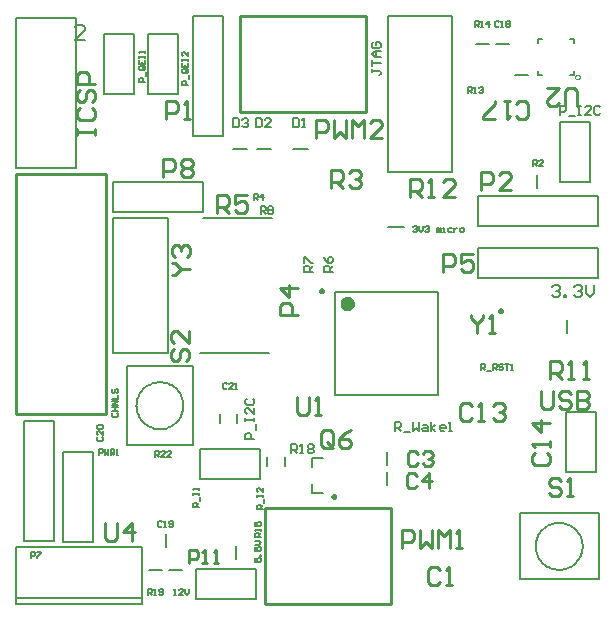
<source format=gto>
%FSTAX23Y23*%
%MOMM*%
%SFA1B1*%

%IPPOS*%
%ADD26C,0.200000*%
%ADD27C,0.253999*%
%ADD52C,0.599999*%
%ADD53C,0.000000*%
%ADD54C,0.250000*%
%ADD55C,0.127000*%
%ADD56C,0.152000*%
%ADD57C,0.203000*%
%LNpcb_final_2-1*%
%LPD*%
G54D26*
X46659Y16331D02*
X49199D01*
Y11251D02*
Y16331D01*
X46659Y11251D02*
X49199D01*
X46659D02*
Y16331D01*
X23599Y38599D02*
X24799D01*
X20499D02*
X21699D01*
X18499D02*
X19699D01*
X17349Y15399D02*
Y16199D01*
X18849Y15399D02*
Y16199D01*
X15927Y32794D02*
X21769D01*
X15673Y21364D02*
X21515D01*
X37014Y36727D02*
Y49885D01*
X31614Y36727D02*
X37014D01*
X31614D02*
Y49885D01*
X37014*
X44199Y35349D02*
Y36449D01*
X08324Y32799D02*
X13024D01*
Y21399D02*
Y32799D01*
X08324Y21399D02*
X13024D01*
X08324D02*
Y32799D01*
X00829Y05429D02*
X03369D01*
X00829D02*
Y15589D01*
X03369Y05429D02*
Y15589D01*
X00829D02*
X03369D01*
X18699Y03949D02*
Y05049D01*
X22849Y11799D02*
Y12599D01*
X21349Y11799D02*
Y12599D01*
X25199Y09499D02*
X26099D01*
X25199D02*
Y10299D01*
Y12499D02*
X26099D01*
X25199Y11699D02*
Y12499D01*
X13049Y02999D02*
X14149D01*
X11349D02*
X12449D01*
X06642Y05402D02*
Y13022D01*
X04102D02*
X06642D01*
X04102Y05402D02*
Y13022D01*
Y05402D02*
X06642D01*
X0011Y00611D02*
X1081D01*
X0011Y00111D02*
X1081D01*
X0011Y04911D02*
X1081D01*
Y00111D02*
Y04911D01*
X0011Y00111D02*
Y04911D01*
X12799Y04949D02*
Y06049D01*
X08329Y33329D02*
X15949D01*
Y35869*
X08329D02*
X15949D01*
X08329Y33329D02*
Y35869D01*
X15389Y00529D02*
Y03069D01*
X20469*
Y00529D02*
Y03069D01*
X15389Y00529D02*
X20469D01*
X42349Y44924D02*
X43449D01*
X39049Y47499D02*
X40149D01*
X40749D02*
X41849D01*
X46179Y40934D02*
X48719D01*
Y35854D02*
Y40934D01*
X46179Y35854D02*
X48719D01*
X46179D02*
Y40934D01*
X20809Y10729D02*
Y13269D01*
X15729Y10729D02*
X20809D01*
X15729D02*
Y13269D01*
X20809*
X27149Y17849D02*
Y26549D01*
X35849Y17849D02*
Y26549D01*
X27149D02*
X35849D01*
X27149Y17849D02*
X35849D01*
X15129Y39729D02*
X17669D01*
X15129D02*
Y49889D01*
X17669Y39729D02*
Y49889D01*
X15129D02*
X17669D01*
X39229Y32129D02*
Y34669D01*
X49389*
X39229Y32129D02*
X49389D01*
Y34669*
X31499Y10149D02*
Y11249D01*
Y11849D02*
Y12949D01*
X49369Y27729D02*
Y30269D01*
X39209Y27729D02*
X49369D01*
X39209Y30269D02*
X49369D01*
X39209Y27729D02*
Y30269D01*
X11329Y48409D02*
X13869D01*
Y43329D02*
Y48409D01*
X11329Y43329D02*
X13869D01*
X11329D02*
Y48409D01*
X07529Y43289D02*
X10069D01*
X07529D02*
Y48369D01*
X10069*
Y43289D02*
Y48369D01*
X31649Y31999D02*
X32949D01*
X46799Y23049D02*
Y24149D01*
X00101Y37058D02*
X05181D01*
X00101Y49758D02*
X05181D01*
Y37058D02*
Y49758D01*
X00101Y37058D02*
Y49758D01*
G54D27*
X00151Y36524D02*
X07771D01*
X00151Y16204D02*
Y36524D01*
Y16204D02*
X07771D01*
Y36524*
X29767Y41744D02*
Y49872D01*
X19099D02*
X29767D01*
X19099Y41744D02*
Y49872D01*
Y41744D02*
X29767D01*
X31851Y00151D02*
Y08279D01*
X21183Y00151D02*
X31851D01*
X21183D02*
Y08279D01*
X31851*
X47583Y4225D02*
Y43519D01*
X47329Y43773*
X46821*
X46567Y43519*
Y4225*
X45043Y43773D02*
X46059D01*
X45043Y42758*
Y42504*
X45297Y4225*
X45805*
X46059Y42504*
X44551Y18134D02*
Y16865D01*
X44805Y16611*
X45312*
X45566Y16865*
Y18134*
X4709Y1788D02*
X46836Y18134D01*
X46328*
X46074Y1788*
Y17626*
X46328Y17372*
X46836*
X4709Y17118*
Y16865*
X46836Y16611*
X46328*
X46074Y16865*
X47598Y18134D02*
Y16611D01*
X48359*
X48613Y16865*
Y17118*
X48359Y17372*
X47598*
X48359*
X48613Y17626*
Y1788*
X48359Y18134*
X47598*
X17099Y33199D02*
Y34723D01*
X17861*
X18115Y34469*
Y33961*
X17861Y33707*
X17099*
X17607D02*
X18115Y33199D01*
X19638Y34723D02*
X18623D01*
Y33961*
X1913Y34215*
X19384*
X19638Y33961*
Y33453*
X19384Y33199*
X18876*
X18623Y33453*
X26799Y35299D02*
Y36823D01*
X27561*
X27815Y36569*
Y36061*
X27561Y35807*
X26799*
X27307D02*
X27815Y35299D01*
X28323Y36569D02*
X28576Y36823D01*
X29084*
X29338Y36569*
Y36315*
X29084Y36061*
X2883*
X29084*
X29338Y35807*
Y35553*
X29084Y35299*
X28576*
X28323Y35553*
X13282Y2799D02*
X13536D01*
X14044Y28498*
X13536Y29005*
X13282*
X14044Y28498D02*
X14806D01*
X13536Y29513D02*
X13282Y29767D01*
Y30275*
X13536Y30529*
X1379*
X14044Y30275*
Y30021*
Y30275*
X14298Y30529*
X14552*
X14806Y30275*
Y29767*
X14552Y29513*
X38599Y24623D02*
Y24369D01*
X39107Y23861*
X39615Y24369*
Y24623*
X39107Y23861D02*
Y23099D01*
X40123D02*
X4063D01*
X40376*
Y24623*
X40123Y24369*
X07687Y07012D02*
Y05742D01*
X07941Y05488*
X08449*
X08703Y05742*
Y07012*
X09972Y05488D02*
Y07012D01*
X09211Y0625*
X10226*
X23926Y17626D02*
Y16357D01*
X2418Y16103*
X24688*
X24941Y16357*
Y17626*
X25449Y16103D02*
X25957D01*
X25703*
Y17626*
X25449Y17372*
X13529Y21715D02*
X13275Y21461D01*
Y20953*
X13529Y20699*
X13783*
X14037Y20953*
Y21461*
X14291Y21715*
X14545*
X14799Y21461*
Y20953*
X14545Y20699*
X14799Y23238D02*
Y22223D01*
X13783Y23238*
X13529*
X13275Y22984*
Y22476*
X13529Y22223*
X46227Y10565D02*
X45973Y10819D01*
X45465*
X45211Y10565*
Y10311*
X45465Y10057*
X45973*
X46227Y09803*
Y09549*
X45973Y09295*
X45465*
X45211Y09549*
X46735Y09295D02*
X47242D01*
X46988*
Y10819*
X46735Y10565*
X33502Y34568D02*
Y36092D01*
X34263*
X34517Y35838*
Y3533*
X34263Y35076*
X33502*
X34009D02*
X34517Y34568D01*
X35025D02*
X35533D01*
X35279*
Y36092*
X35025Y35838*
X3731Y34568D02*
X36295D01*
X3731Y35584*
Y35838*
X37056Y36092*
X36549*
X36295Y35838*
X45287Y19151D02*
Y20674D01*
X46049*
X46303Y2042*
Y19912*
X46049Y19658*
X45287*
X45795D02*
X46303Y19151D01*
X46811D02*
X47319D01*
X47065*
Y20674*
X46811Y2042*
X4808Y19151D02*
X48588D01*
X48334*
Y20674*
X4808Y2042*
X26915Y13553D02*
Y14569D01*
X26661Y14823*
X26153*
X25899Y14569*
Y13553*
X26153Y13299*
X26661*
X26407Y13807D02*
X26915Y13299D01*
X26661D02*
X26915Y13553D01*
X28438Y14823D02*
X2793Y14569D01*
X27423Y14061*
Y13553*
X27676Y13299*
X28184*
X28438Y13553*
Y13807*
X28184Y14061*
X27423*
X14746Y03549D02*
Y04692D01*
X15317*
X15508Y04501*
Y0412*
X15317Y0393*
X14746*
X15889Y03549D02*
X16269D01*
X16079*
Y04692*
X15889Y04501*
X16841Y03549D02*
X17222D01*
X17031*
Y04692*
X16841Y04501*
X05247Y39788D02*
Y40295D01*
Y40042*
X06771*
Y39788*
Y40295*
X05501Y42073D02*
X05247Y41819D01*
Y41311*
X05501Y41057*
X06517*
X06771Y41311*
Y41819*
X06517Y42073*
X05501Y43596D02*
X05247Y43342D01*
Y42835*
X05501Y42581*
X05755*
X06009Y42835*
Y43342*
X06263Y43596*
X06517*
X06771Y43342*
Y42835*
X06517Y42581*
X06771Y44104D02*
X05247D01*
Y44866*
X05501Y4512*
X06009*
X06263Y44866*
Y44104*
X12599Y36299D02*
Y37823D01*
X13361*
X13615Y37569*
Y37061*
X13361Y36807*
X12599*
X14123Y37569D02*
X14376Y37823D01*
X14884*
X15138Y37569*
Y37315*
X14884Y37061*
X15138Y36807*
Y36553*
X14884Y36299*
X14376*
X14123Y36553*
Y36807*
X14376Y37061*
X14123Y37315*
Y37569*
X14376Y37061D02*
X14884D01*
X32797Y04842D02*
Y06365D01*
X33558*
X33812Y06111*
Y05603*
X33558Y05349*
X32797*
X3432Y06365D02*
Y04842D01*
X34828Y05349*
X35336Y04842*
Y06365*
X35844Y04842D02*
Y06365D01*
X36351Y05857*
X36859Y06365*
Y04842*
X37367D02*
X37875D01*
X37621*
Y06365*
X37367Y06111*
X36299Y28199D02*
Y29723D01*
X37061*
X37315Y29469*
Y28961*
X37061Y28707*
X36299*
X38838Y29723D02*
X37823D01*
Y28961*
X3833Y29215*
X38584*
X38838Y28961*
Y28453*
X38584Y28199*
X38076*
X37823Y28453*
X23977Y24612D02*
X22453D01*
Y25373*
X22707Y25627*
X23215*
X23469Y25373*
Y24612*
X23977Y26897D02*
X22453D01*
X23215Y26135*
Y27151*
X25475Y39547D02*
Y4107D01*
X26237*
X26491Y40816*
Y40309*
X26237Y40055*
X25475*
X26999Y4107D02*
Y39547D01*
X27507Y40055*
X28014Y39547*
Y4107*
X28522Y39547D02*
Y4107D01*
X2903Y40562*
X29538Y4107*
Y39547*
X31061D02*
X30046D01*
X31061Y40562*
Y40816*
X30807Y4107*
X303*
X30046Y40816*
X39499Y35199D02*
Y36723D01*
X40261*
X40515Y36469*
Y35961*
X40261Y35707*
X39499*
X42038Y35199D02*
X41023D01*
X42038Y36215*
Y36469*
X41784Y36723*
X41276*
X41023Y36469*
X12799Y41199D02*
Y42723D01*
X13561*
X13815Y42469*
Y41961*
X13561Y41707*
X12799*
X14323Y41199D02*
X1483D01*
X14576*
Y42723*
X14323Y42469*
X42429Y41432D02*
X42683Y41178D01*
X43191*
X43445Y41432*
Y42448*
X43191Y42701*
X42683*
X42429Y42448*
X41922Y42701D02*
X41414D01*
X41668*
Y41178*
X41922Y41432*
X40652Y41178D02*
X39636D01*
Y41432*
X40652Y42448*
Y42701*
X44094Y12927D02*
X4384Y12673D01*
Y12166*
X44094Y11912*
X45109*
X45363Y12166*
Y12673*
X45109Y12927*
X45363Y13435D02*
Y13943D01*
Y13689*
X4384*
X44094Y13435*
X45363Y15466D02*
X4384D01*
X44602Y14705*
Y1572*
X38715Y16869D02*
X38461Y17123D01*
X37953*
X37699Y16869*
Y15853*
X37953Y15599*
X38461*
X38715Y15853*
X39223Y15599D02*
X3973D01*
X39476*
Y17123*
X39223Y16869*
X40492D02*
X40746Y17123D01*
X41254*
X41508Y16869*
Y16615*
X41254Y16361*
X41*
X41254*
X41508Y16107*
Y15853*
X41254Y15599*
X40746*
X40492Y15853*
X34045Y10957D02*
X33834Y11169D01*
X33411*
X33199Y10957*
Y10111*
X33411Y09899*
X33834*
X34045Y10111*
X35103Y09899D02*
Y11169D01*
X34469Y10534*
X35315*
X34145Y12857D02*
X33934Y13069D01*
X33511*
X33299Y12857*
Y12011*
X33511Y11799*
X33934*
X34145Y12011*
X34569Y12857D02*
X3478Y13069D01*
X35203*
X35415Y12857*
Y12645*
X35203Y12434*
X34992*
X35203*
X35415Y12222*
Y12011*
X35203Y11799*
X3478*
X34569Y12011*
X36015Y02969D02*
X35761Y03223D01*
X35253*
X34999Y02969*
Y01953*
X35253Y01699*
X35761*
X36015Y01953*
X36523Y01699D02*
X3703D01*
X36776*
Y03223*
X36523Y02969*
G54D52*
X28449Y25549D02*
D01*
X28449Y2557*
X28447Y25591*
X28443Y25612*
X28438Y25632*
X28431Y25652*
X28424Y25672*
X28414Y2569*
X28404Y25708*
X28392Y25726*
X28379Y25742*
X28365Y25758*
X2835Y25772*
X28334Y25786*
X28317Y25798*
X28299Y25809*
X28281Y25819*
X28262Y25828*
X28242Y25835*
X28222Y25841*
X28202Y25845*
X28181Y25848*
X2816Y25849*
X28139*
X28118Y25848*
X28097Y25845*
X28077Y25841*
X28057Y25835*
X28037Y25828*
X28018Y25819*
X27999Y25809*
X27982Y25798*
X27965Y25786*
X27949Y25772*
X27934Y25758*
X2792Y25742*
X27907Y25726*
X27895Y25708*
X27885Y2569*
X27875Y25672*
X27868Y25652*
X27861Y25632*
X27856Y25612*
X27852Y25591*
X2785Y2557*
X27849Y25549*
X2785Y25529*
X27852Y25508*
X27856Y25487*
X27861Y25467*
X27868Y25447*
X27875Y25427*
X27885Y25409*
X27895Y25391*
X27907Y25373*
X2792Y25357*
X27934Y25341*
X27949Y25327*
X27965Y25313*
X27982Y25301*
X27999Y2529*
X28018Y2528*
X28037Y25271*
X28057Y25264*
X28077Y25258*
X28097Y25254*
X28118Y25251*
X28139Y2525*
X2816*
X28181Y25251*
X28202Y25254*
X28222Y25258*
X28242Y25264*
X28262Y25271*
X28281Y2528*
X28299Y2529*
X28317Y25301*
X28334Y25313*
X2835Y25327*
X28365Y25341*
X28379Y25357*
X28392Y25373*
X28404Y25391*
X28414Y25409*
X28424Y25427*
X28431Y25447*
X28438Y25467*
X28443Y25487*
X28447Y25508*
X28449Y25529*
X28449Y25549*
G54D53*
X47843Y44728D02*
D01*
X47843Y44742*
X47842Y44756*
X47839Y4477*
X47836Y44784*
X47831Y44797*
X47826Y4481*
X4782Y44822*
X47813Y44834*
X47805Y44846*
X47797Y44857*
X47787Y44867*
X47777Y44877*
X47767Y44886*
X47755Y44894*
X47743Y44902*
X47731Y44908*
X47718Y44914*
X47705Y44919*
X47692Y44923*
X47678Y44925*
X47664Y44927*
X4765Y44928*
X47637*
X47623Y44927*
X47609Y44925*
X47595Y44923*
X47582Y44919*
X47569Y44914*
X47556Y44908*
X47543Y44902*
X47532Y44894*
X4752Y44886*
X4751Y44877*
X475Y44867*
X4749Y44857*
X47482Y44846*
X47474Y44834*
X47467Y44822*
X47461Y4481*
X47456Y44797*
X47451Y44784*
X47448Y4477*
X47445Y44756*
X47444Y44742*
X47443Y44728*
X47444Y44715*
X47445Y44701*
X47448Y44687*
X47451Y44673*
X47456Y4466*
X47461Y44647*
X47467Y44635*
X47474Y44622*
X47482Y44611*
X4749Y446*
X475Y4459*
X4751Y4458*
X4752Y44571*
X47532Y44563*
X47543Y44555*
X47556Y44549*
X47569Y44543*
X47582Y44538*
X47595Y44534*
X47609Y44532*
X47623Y4453*
X47637Y44529*
X4765*
X47664Y4453*
X47678Y44532*
X47692Y44534*
X47705Y44538*
X47718Y44543*
X47731Y44549*
X47743Y44555*
X47755Y44563*
X47767Y44571*
X47777Y4458*
X47787Y4459*
X47797Y446*
X47805Y44611*
X47813Y44622*
X4782Y44635*
X47826Y44647*
X47831Y4466*
X47836Y44673*
X47839Y44687*
X47842Y44701*
X47843Y44715*
X47843Y44728*
G54D54*
X41257Y24949D02*
D01*
X41257Y24958*
X41256Y24967*
X41255Y24975*
X41253Y24984*
X4125Y24992*
X41247Y25*
X41243Y25008*
X41238Y25016*
X41234Y25023*
X41228Y2503*
X41222Y25036*
X41216Y25042*
X41209Y25048*
X41202Y25053*
X41195Y25058*
X41187Y25062*
X41179Y25065*
X41171Y25068*
X41163Y25071*
X41154Y25073*
X41146Y25074*
X41137Y25074*
X41128*
X41119Y25074*
X41111Y25073*
X41102Y25071*
X41094Y25068*
X41086Y25065*
X41078Y25062*
X4107Y25058*
X41063Y25053*
X41056Y25048*
X41049Y25042*
X41043Y25036*
X41037Y2503*
X41031Y25023*
X41026Y25016*
X41022Y25008*
X41018Y25*
X41015Y24992*
X41012Y24984*
X4101Y24975*
X41009Y24967*
X41008Y24958*
X41007Y24949*
X41008Y24941*
X41009Y24932*
X4101Y24924*
X41012Y24915*
X41015Y24907*
X41018Y24899*
X41022Y24891*
X41026Y24883*
X41031Y24876*
X41037Y24869*
X41043Y24863*
X41049Y24857*
X41056Y24851*
X41063Y24846*
X4107Y24841*
X41078Y24837*
X41086Y24834*
X41094Y24831*
X41102Y24828*
X41111Y24826*
X41119Y24825*
X41128Y24825*
X41137*
X41146Y24825*
X41154Y24826*
X41163Y24828*
X41171Y24831*
X41179Y24834*
X41187Y24837*
X41195Y24841*
X41202Y24846*
X41209Y24851*
X41216Y24857*
X41222Y24863*
X41228Y24869*
X41234Y24876*
X41238Y24883*
X41243Y24891*
X41247Y24899*
X4125Y24907*
X41253Y24915*
X41255Y24924*
X41256Y24932*
X41257Y24941*
X41257Y24949*
X27149Y09199D02*
D01*
X27149Y09208*
X27148Y09217*
X27147Y09225*
X27145Y09234*
X27142Y09242*
X27139Y0925*
X27135Y09258*
X2713Y09266*
X27126Y09273*
X2712Y0928*
X27114Y09286*
X27108Y09292*
X27101Y09298*
X27094Y09303*
X27087Y09308*
X27079Y09312*
X27071Y09315*
X27063Y09318*
X27055Y09321*
X27046Y09323*
X27038Y09324*
X27029Y09324*
X2702*
X27011Y09324*
X27003Y09323*
X26994Y09321*
X26986Y09318*
X26978Y09315*
X2697Y09312*
X26962Y09308*
X26955Y09303*
X26948Y09298*
X26941Y09292*
X26935Y09286*
X26929Y0928*
X26923Y09273*
X26918Y09266*
X26914Y09258*
X2691Y0925*
X26907Y09242*
X26904Y09234*
X26902Y09225*
X26901Y09217*
X269Y09208*
X26899Y09199*
X269Y09191*
X26901Y09182*
X26902Y09173*
X26904Y09165*
X26907Y09157*
X2691Y09149*
X26914Y09141*
X26918Y09133*
X26923Y09126*
X26929Y09119*
X26935Y09113*
X26941Y09107*
X26948Y09101*
X26955Y09096*
X26962Y09091*
X2697Y09087*
X26978Y09084*
X26986Y09081*
X26994Y09078*
X27003Y09076*
X27011Y09075*
X2702Y09075*
X27029*
X27038Y09075*
X27046Y09076*
X27055Y09078*
X27063Y09081*
X27071Y09084*
X27079Y09087*
X27087Y09091*
X27094Y09096*
X27101Y09101*
X27108Y09107*
X27114Y09113*
X2712Y09119*
X27126Y09126*
X2713Y09133*
X27135Y09141*
X27139Y09149*
X27142Y09157*
X27145Y09165*
X27147Y09173*
X27148Y09182*
X27149Y09191*
X27149Y09199*
X26099Y26624D02*
D01*
X26099Y26633*
X26098Y26642*
X26097Y2665*
X26095Y26659*
X26092Y26667*
X26089Y26675*
X26085Y26683*
X2608Y26691*
X26076Y26698*
X2607Y26705*
X26064Y26711*
X26058Y26717*
X26051Y26723*
X26044Y26728*
X26037Y26733*
X26029Y26737*
X26021Y2674*
X26013Y26743*
X26005Y26746*
X25996Y26748*
X25988Y26749*
X25979Y26749*
X2597*
X25961Y26749*
X25953Y26748*
X25944Y26746*
X25936Y26743*
X25928Y2674*
X2592Y26737*
X25912Y26733*
X25905Y26728*
X25898Y26723*
X25891Y26717*
X25885Y26711*
X25879Y26705*
X25873Y26698*
X25868Y26691*
X25864Y26683*
X2586Y26675*
X25857Y26667*
X25854Y26659*
X25852Y2665*
X25851Y26642*
X2585Y26633*
X25849Y26624*
X2585Y26616*
X25851Y26607*
X25852Y26599*
X25854Y2659*
X25857Y26582*
X2586Y26574*
X25864Y26566*
X25868Y26558*
X25873Y26551*
X25879Y26544*
X25885Y26538*
X25891Y26532*
X25898Y26526*
X25905Y26521*
X25912Y26516*
X2592Y26512*
X25928Y26509*
X25936Y26506*
X25944Y26503*
X25953Y26501*
X25961Y265*
X2597Y265*
X25979*
X25988Y265*
X25996Y26501*
X26005Y26503*
X26013Y26506*
X26021Y26509*
X26029Y26512*
X26037Y26516*
X26044Y26521*
X26051Y26526*
X26058Y26532*
X26064Y26538*
X2607Y26544*
X26076Y26551*
X2608Y26558*
X26085Y26566*
X26089Y26574*
X26092Y26582*
X26095Y2659*
X26097Y26599*
X26098Y26607*
X26099Y26616*
X26099Y26624*
G54D55*
X14283Y16899D02*
D01*
X14279Y17038*
X14264Y17176*
X1424Y17312*
X14207Y17446*
X14164Y17578*
X14112Y17706*
X14051Y17831*
X13982Y17951*
X13905Y18066*
X13819Y18175*
X13727Y18278*
X13627Y18374*
X13521Y18463*
X13409Y18544*
X13291Y18618*
X13169Y18683*
X13043Y18739*
X12913Y18786*
X12779Y18825*
X12644Y18853*
X12507Y18873*
X12369Y18882*
X1223*
X12092Y18873*
X11955Y18853*
X1182Y18825*
X11686Y18786*
X11556Y18739*
X1143Y18683*
X11307Y18618*
X1119Y18544*
X11078Y18463*
X10972Y18374*
X10872Y18278*
X1078Y18175*
X10694Y18066*
X10617Y17951*
X10548Y17831*
X10487Y17706*
X10435Y17578*
X10392Y17446*
X10359Y17312*
X10335Y17176*
X1032Y17038*
X10315Y16899*
X1032Y16761*
X10335Y16623*
X10359Y16487*
X10392Y16353*
X10435Y16221*
X10487Y16093*
X10548Y15968*
X10617Y15848*
X10694Y15733*
X1078Y15624*
X10872Y15521*
X10972Y15425*
X11078Y15336*
X1119Y15255*
X11307Y15181*
X1143Y15116*
X11556Y1506*
X11686Y15013*
X1182Y14974*
X11955Y14946*
X12092Y14926*
X1223Y14917*
X12369*
X12507Y14926*
X12644Y14946*
X12779Y14974*
X12913Y15013*
X13043Y1506*
X13169Y15116*
X13291Y15181*
X13409Y15255*
X13521Y15336*
X13627Y15425*
X13727Y15521*
X13819Y15624*
X13905Y15733*
X13982Y15848*
X14051Y15968*
X14112Y16093*
X14164Y16221*
X14207Y16353*
X1424Y16487*
X14264Y16623*
X14279Y16761*
X14283Y16899*
X48083Y04999D02*
D01*
X48079Y05138*
X48064Y05276*
X4804Y05412*
X48007Y05546*
X47964Y05678*
X47912Y05806*
X47851Y05931*
X47782Y06051*
X47705Y06166*
X47619Y06275*
X47527Y06378*
X47427Y06474*
X47321Y06563*
X47209Y06644*
X47091Y06718*
X46969Y06783*
X46843Y06839*
X46713Y06886*
X46579Y06925*
X46444Y06953*
X46307Y06973*
X46169Y06982*
X4603*
X45892Y06973*
X45755Y06953*
X4562Y06925*
X45486Y06886*
X45356Y06839*
X4523Y06783*
X45107Y06718*
X4499Y06644*
X44878Y06563*
X44772Y06474*
X44672Y06378*
X4458Y06275*
X44494Y06166*
X44417Y06051*
X44348Y05931*
X44287Y05806*
X44235Y05678*
X44192Y05546*
X44159Y05412*
X44135Y05276*
X4412Y05138*
X44115Y04999*
X4412Y04861*
X44135Y04723*
X44159Y04587*
X44192Y04453*
X44235Y04321*
X44287Y04193*
X44348Y04068*
X44417Y03948*
X44494Y03833*
X4458Y03724*
X44672Y03621*
X44772Y03525*
X44878Y03436*
X4499Y03355*
X45107Y03281*
X4523Y03216*
X45356Y0316*
X45486Y03113*
X4562Y03074*
X45755Y03046*
X45892Y03026*
X4603Y03017*
X46169*
X46307Y03026*
X46444Y03046*
X46579Y03074*
X46713Y03113*
X46843Y0316*
X46969Y03216*
X47091Y03281*
X47209Y03355*
X47321Y03436*
X47427Y03525*
X47527Y03621*
X47619Y03724*
X47705Y03833*
X47782Y03948*
X47851Y04068*
X47912Y04193*
X47964Y04321*
X48007Y04453*
X4804Y04587*
X48064Y04723*
X48079Y04861*
X48083Y04999*
X44343Y44928D02*
Y45228D01*
Y47628D02*
Y47928D01*
X47343Y47628D02*
Y47928D01*
X47043D02*
X47343D01*
X44343D02*
X44643D01*
X44343Y44928D02*
X44643D01*
X47043D02*
X47343D01*
Y45228*
X09505Y20249D02*
X15093D01*
X09505Y13549D02*
X15093D01*
Y20249*
X09505Y13549D02*
Y20249D01*
X42749Y02205D02*
Y07793D01*
X49449Y02205D02*
Y07793D01*
X42749D02*
X49449D01*
X42749Y02205D02*
X49449D01*
G54D56*
X20299Y34299D02*
Y34807D01*
X20553*
X20638Y34722*
Y34553*
X20553Y34468*
X20299*
X20468D02*
X20638Y34299D01*
X21061D02*
Y34807D01*
X20807Y34553*
X21145*
X32199Y14799D02*
Y15561D01*
X3258*
X32707Y15434*
Y1518*
X3258Y15053*
X32199*
X32453D02*
X32707Y14799D01*
X32961Y14672D02*
X33469D01*
X33723Y15561D02*
Y14799D01*
X33976Y15053*
X3423Y14799*
Y15561*
X34611Y15307D02*
X34865D01*
X34992Y1518*
Y14799*
X34611*
X34484Y14926*
X34611Y15053*
X34992*
X35246Y14799D02*
Y15561D01*
Y15053D02*
X35627Y15307D01*
X35246Y15053D02*
X35627Y14799D01*
X36389D02*
X36135D01*
X36008Y14926*
Y1518*
X36135Y15307*
X36389*
X36516Y1518*
Y15053*
X36008*
X3677Y14799D02*
X37023D01*
X36896*
Y15561*
X3677Y15434*
X39499Y19899D02*
Y20407D01*
X39753*
X39838Y20322*
Y20153*
X39753Y20068*
X39499*
X39668D02*
X39838Y19899D01*
X40007Y19814D02*
X40345D01*
X40515Y19899D02*
Y20407D01*
X40769*
X40853Y20322*
Y20153*
X40769Y20068*
X40515*
X40684D02*
X40853Y19899D01*
X41361Y20322D02*
X41276Y20407D01*
X41107*
X41022Y20322*
Y20238*
X41107Y20153*
X41276*
X41361Y20068*
Y19984*
X41276Y19899*
X41107*
X41022Y19984*
X4153Y20407D02*
X41869D01*
X417*
Y19899*
X42038D02*
X42207D01*
X42123*
Y20407*
X42038Y20322*
X20999Y08199D02*
X20491D01*
Y08453*
X20576Y08538*
X20745*
X2083Y08453*
Y08199*
Y08368D02*
X20999Y08538D01*
X21084Y08707D02*
Y09045D01*
X20491Y09215D02*
Y09384D01*
Y09299*
X20999*
Y09215*
Y09384*
Y09976D02*
Y09638D01*
X2066Y09976*
X20576*
X20491Y09892*
Y09723*
X20576Y09638*
X15599Y08299D02*
X15091D01*
Y08553*
X15176Y08638*
X15345*
X1543Y08553*
Y08299*
Y08468D02*
X15599Y08638D01*
X15684Y08807D02*
Y09145D01*
X15091Y09315D02*
Y09484D01*
Y09399*
X15599*
Y09315*
Y09484*
Y09738D02*
Y09907D01*
Y09823*
X15091*
X15176Y09738*
X11899Y12599D02*
Y13107D01*
X12153*
X12238Y13022*
Y12853*
X12153Y12768*
X11899*
X12068D02*
X12238Y12599D01*
X12745D02*
X12407D01*
X12745Y12938*
Y13022*
X12661Y13107*
X12491*
X12407Y13022*
X13253Y12599D02*
X12915D01*
X13253Y12938*
Y13022*
X13169Y13107*
X12999*
X12915Y13022*
X11299Y00899D02*
Y01407D01*
X11553*
X11638Y01322*
Y01153*
X11553Y01068*
X11299*
X11468D02*
X11638Y00899D01*
X11807D02*
X11976D01*
X11891*
Y01407*
X11807Y01322*
X1223Y00984D02*
X12315Y00899D01*
X12484*
X12569Y00984*
Y01322*
X12484Y01407*
X12315*
X1223Y01322*
Y01238*
X12315Y01153*
X12569*
X23399Y12899D02*
Y13661D01*
X2378*
X23907Y13534*
Y1328*
X2378Y13153*
X23399*
X23653D02*
X23907Y12899D01*
X24161D02*
X24415D01*
X24288*
Y13661*
X24161Y13534*
X24796D02*
X24923Y13661D01*
X25176*
X25303Y13534*
Y13407*
X25176Y1328*
X25303Y13153*
Y13026*
X25176Y12899*
X24923*
X24796Y13026*
Y13153*
X24923Y1328*
X24796Y13407*
Y13534*
X24923Y1328D02*
X25176D01*
X20853Y05817D02*
X20345D01*
Y06071*
X2043Y06156*
X20599*
X20684Y06071*
Y05817*
Y05987D02*
X20853Y06156D01*
Y06325D02*
Y06494D01*
Y0641*
X20345*
X2043Y06325*
X20345Y07087D02*
Y06748D01*
X20599*
X20514Y06918*
Y07002*
X20599Y07087*
X20768*
X20853Y07002*
Y06833*
X20768Y06748*
X38999Y48999D02*
Y49507D01*
X39253*
X39338Y49422*
Y49253*
X39253Y49168*
X38999*
X39168D02*
X39338Y48999D01*
X39507D02*
X39676D01*
X39591*
Y49507*
X39507Y49422*
X40184Y48999D02*
Y49507D01*
X3993Y49253*
X40269*
X38399Y43399D02*
Y43907D01*
X38653*
X38738Y43822*
Y43653*
X38653Y43568*
X38399*
X38568D02*
X38738Y43399D01*
X38907D02*
X39076D01*
X38991*
Y43907*
X38907Y43822*
X3933D02*
X39415Y43907D01*
X39584*
X39669Y43822*
Y43738*
X39584Y43653*
X39499*
X39584*
X39669Y43568*
Y43484*
X39584Y43399*
X39415*
X3933Y43484*
X20827Y33146D02*
Y33781D01*
X21144*
X2125Y33675*
Y33463*
X21144Y33358*
X20827*
X21039D02*
X2125Y33146D01*
X21462Y33675D02*
X21568Y33781D01*
X21779*
X21885Y33675*
Y33569*
X21779Y33463*
X21885Y33358*
Y33252*
X21779Y33146*
X21568*
X21462Y33252*
Y33358*
X21568Y33463*
X21462Y33569*
Y33675*
X21568Y33463D02*
X21779D01*
X25226Y28264D02*
X24464D01*
Y28644*
X24591Y28771*
X24845*
X24972Y28644*
Y28264*
Y28518D02*
X25226Y28771D01*
X24464Y29025D02*
Y29533D01*
X24591*
X25099Y29025*
X25226*
X26949Y28249D02*
X26187D01*
Y2863*
X26314Y28757*
X26568*
X26695Y2863*
Y28249*
Y28503D02*
X26949Y28757D01*
X26187Y29518D02*
X26314Y29264D01*
X26568Y29011*
X26822*
X26949Y29138*
Y29391*
X26822Y29518*
X26695*
X26568Y29391*
Y29011*
X43899Y37199D02*
Y37707D01*
X44153*
X44238Y37622*
Y37453*
X44153Y37368*
X43899*
X44068D02*
X44238Y37199D01*
X44745D02*
X44407D01*
X44745Y37538*
Y37622*
X44661Y37707*
X44491*
X44407Y37622*
X07099Y12699D02*
Y13207D01*
X07353*
X07438Y13122*
Y12953*
X07353Y12868*
X07099*
X07607Y13207D02*
Y12699D01*
X07776Y12868*
X07945Y12699*
Y13207*
X08115Y12699D02*
Y13207D01*
X08369*
X08453Y13122*
Y12953*
X08369Y12868*
X08115*
X08284D02*
X08453Y12699D01*
X08623D02*
X08792D01*
X08707*
Y13207*
X08623Y13122*
X14699Y44099D02*
X14191D01*
Y44353*
X14276Y44438*
X14445*
X1453Y44353*
Y44099*
X14784Y44607D02*
Y44945D01*
X14614Y45453D02*
X14276D01*
X14191Y45369*
Y45199*
X14276Y45115*
X14614*
X14699Y45199*
Y45369*
X1453Y45284D02*
X14699Y45453D01*
Y45369D02*
X14614Y45453D01*
X14191Y45961D02*
Y45623D01*
X14699*
Y45961*
X14445Y45623D02*
Y45792D01*
X14191Y4613D02*
Y463D01*
Y46215*
X14699*
Y4613*
Y463*
Y46892D02*
Y46554D01*
X1436Y46892*
X14276*
X14191Y46807*
Y46638*
X14276Y46554*
X10999Y44299D02*
X10491D01*
Y44553*
X10576Y44638*
X10745*
X1083Y44553*
Y44299*
X11084Y44807D02*
Y45145D01*
X10914Y45653D02*
X10576D01*
X10491Y45569*
Y45399*
X10576Y45315*
X10914*
X10999Y45399*
Y45569*
X1083Y45484D02*
X10999Y45653D01*
Y45569D02*
X10914Y45653D01*
X10491Y46161D02*
Y45823D01*
X10999*
Y46161*
X10745Y45823D02*
Y45992D01*
X10491Y4633D02*
Y465D01*
Y46415*
X10999*
Y4633*
Y465*
Y46754D02*
Y46923D01*
Y46838*
X10491*
X10576Y46754*
X20299Y14049D02*
X19537D01*
Y1443*
X19664Y14557*
X19918*
X20045Y1443*
Y14049*
X20426Y14811D02*
Y15319D01*
X19537Y15573D02*
Y15826D01*
Y15699*
X20299*
Y15573*
Y15826*
Y16715D02*
Y16207D01*
X19791Y16715*
X19664*
X19537Y16588*
Y16334*
X19664Y16207*
Y17477D02*
X19537Y1735D01*
Y17096*
X19664Y16969*
X20172*
X20299Y17096*
Y1735*
X20172Y17477*
X46149Y41524D02*
Y42286D01*
X4653*
X46657Y42159*
Y41905*
X4653Y41778*
X46149*
X46911Y41397D02*
X47419D01*
X47673Y42286D02*
X47926D01*
X47799*
Y41524*
X47673*
X47926*
X48815D02*
X48307D01*
X48815Y42032*
Y42159*
X48688Y42286*
X48434*
X48307Y42159*
X49577D02*
X4945Y42286D01*
X49196*
X49069Y42159*
Y41651*
X49196Y41524*
X4945*
X49577Y41651*
X08358Y16273D02*
X08274Y16188D01*
Y16019*
X08358Y15934*
X08697*
X08781Y16019*
Y16188*
X08697Y16273*
X08274Y16442D02*
X08781D01*
X08527*
Y16781*
X08274*
X08781*
Y1695D02*
X08274D01*
X08781Y17288*
X08274*
Y17458D02*
X08781D01*
Y17796*
X08358Y18304D02*
X08274Y18219D01*
Y1805*
X08358Y17966*
X08443*
X08527Y1805*
Y18219*
X08612Y18304*
X08697*
X08781Y18219*
Y1805*
X08697Y17966*
X01399Y03999D02*
Y04507D01*
X01653*
X01738Y04422*
Y04253*
X01653Y04168*
X01399*
X01907Y04507D02*
X02245D01*
Y04422*
X01907Y04084*
Y03999*
X18499Y41261D02*
Y40499D01*
X1888*
X19007Y40626*
Y41134*
X1888Y41261*
X18499*
X19261Y41134D02*
X19388Y41261D01*
X19642*
X19769Y41134*
Y41007*
X19642Y4088*
X19515*
X19642*
X19769Y40753*
Y40626*
X19642Y40499*
X19388*
X19261Y40626*
X20399Y41261D02*
Y40499D01*
X2078*
X20907Y40626*
Y41134*
X2078Y41261*
X20399*
X21669Y40499D02*
X21161D01*
X21669Y41007*
Y41134*
X21542Y41261*
X21288*
X21161Y41134*
X23599Y41261D02*
Y40499D01*
X2398*
X24107Y40626*
Y41134*
X2398Y41261*
X23599*
X24361Y40499D02*
X24615D01*
X24488*
Y41261*
X24361Y41134*
X17938Y18722D02*
X17853Y18807D01*
X17684*
X17599Y18722*
Y18384*
X17684Y18299*
X17853*
X17938Y18384*
X18445Y18299D02*
X18107D01*
X18445Y18638*
Y18722*
X18361Y18807*
X18191*
X18107Y18722*
X18615Y18299D02*
X18784D01*
X18699*
Y18807*
X18615Y18722*
X07076Y14238D02*
X06991Y14153D01*
Y13984*
X07076Y13899*
X07414*
X07499Y13984*
Y14153*
X07414Y14238*
X07499Y14745D02*
Y14407D01*
X0716Y14745*
X07076*
X06991Y14661*
Y14491*
X07076Y14407*
Y14915D02*
X06991Y14999D01*
Y15169*
X07076Y15253*
X07414*
X07499Y15169*
Y14999*
X07414Y14915*
X07076*
X12438Y07022D02*
X12353Y07107D01*
X12184*
X12099Y07022*
Y06684*
X12184Y06599*
X12353*
X12438Y06684*
X12607Y06599D02*
X12776D01*
X12691*
Y07107*
X12607Y07022*
X1303Y06684D02*
X13115Y06599D01*
X13284*
X13369Y06684*
Y07022*
X13284Y07107*
X13115*
X1303Y07022*
Y06938*
X13115Y06853*
X13369*
X41038Y49422D02*
X40953Y49507D01*
X40784*
X40699Y49422*
Y49084*
X40784Y48999*
X40953*
X41038Y49084*
X41207Y48999D02*
X41376D01*
X41291*
Y49507*
X41207Y49422*
X4163D02*
X41715Y49507D01*
X41884*
X41969Y49422*
Y49338*
X41884Y49253*
X41969Y49168*
Y49084*
X41884Y48999*
X41715*
X4163Y49084*
Y49168*
X41715Y49253*
X4163Y49338*
Y49422*
X41715Y49253D02*
X41884D01*
X13499Y00899D02*
X13668D01*
X13584*
Y01407*
X13499Y01322*
X14261Y00899D02*
X13922D01*
X14261Y01238*
Y01322*
X14176Y01407*
X14007*
X13922Y01322*
X1443Y01407D02*
Y01068D01*
X14599Y00899*
X14769Y01068*
Y01407*
X20345Y03978D02*
Y0364D01*
X20599*
X20514Y03809*
Y03894*
X20599Y03978*
X20768*
X20853Y03894*
Y03724*
X20768Y0364*
X20853Y04148D02*
X20768D01*
Y04232*
X20853*
Y04148*
X20345Y04909D02*
Y04571D01*
X20599*
X20514Y0474*
Y04825*
X20599Y04909*
X20768*
X20853Y04825*
Y04655*
X20768Y04571*
X20345Y05079D02*
X20684D01*
X20853Y05248*
X20684Y05417*
X20345*
X33705Y32071D02*
X33789Y32155D01*
X33959*
X34043Y32071*
Y31986*
X33959Y31901*
X33874*
X33959*
X34043Y31817*
Y31732*
X33959Y31647*
X33789*
X33705Y31732*
X34213Y32155D02*
Y31817D01*
X34382Y31647*
X34551Y31817*
Y32155*
X3472Y32071D02*
X34805Y32155D01*
X34974*
X35059Y32071*
Y31986*
X34974Y31901*
X3489*
X34974*
X35059Y31817*
Y31732*
X34974Y31647*
X34805*
X3472Y31732*
X35736Y31647D02*
Y31986D01*
X35821*
X35905Y31901*
Y31647*
Y31901*
X3599Y31986*
X36075Y31901*
Y31647*
X36244D02*
X36413D01*
X36329*
Y31986*
X36244*
X37006D02*
X36752D01*
X36667Y31901*
Y31732*
X36752Y31647*
X37006*
X37175Y31986D02*
Y31647D01*
Y31817*
X3726Y31901*
X37344Y31986*
X37429*
X37767Y31647D02*
X37937D01*
X38021Y31732*
Y31901*
X37937Y31986*
X37767*
X37683Y31901*
Y31732*
X37767Y31647*
X45499Y26945D02*
X45668Y27115D01*
X46007*
X46176Y26945*
Y26776*
X46007Y26607*
X45838*
X46007*
X46176Y26438*
Y26268*
X46007Y26099*
X45668*
X45499Y26268*
X46515Y26099D02*
Y26268D01*
X46684*
Y26099*
X46515*
X47361Y26945D02*
X4753Y27115D01*
X47869*
X48038Y26945*
Y26776*
X47869Y26607*
X477*
X47869*
X48038Y26438*
Y26268*
X47869Y26099*
X4753*
X47361Y26268*
X48377Y27115D02*
Y26438D01*
X48715Y26099*
X49054Y26438*
Y27115*
G54D57*
X30249Y45373D02*
Y4512D01*
Y45246*
X30884*
X31011Y4512*
Y44993*
X30884Y44866*
X30249Y45627D02*
Y46135D01*
Y45881*
X31011*
Y46389D02*
X30503D01*
X30249Y46643*
X30503Y46897*
X31011*
X3063*
Y46389*
X30376Y47659D02*
X30249Y47532D01*
Y47278*
X30376Y47151*
X30884*
X31011Y47278*
Y47532*
X30884Y47659*
X3063*
Y47405*
X05917Y47888D02*
X05071D01*
X05917Y48734*
Y48946*
X05705Y49157*
X05282*
X05071Y48946*
M02*
</source>
